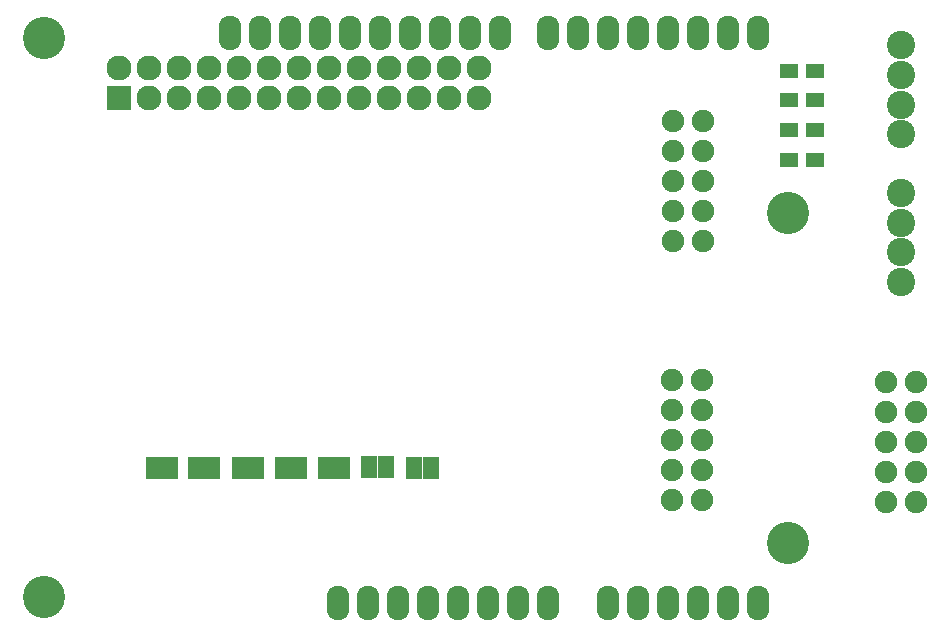
<source format=gts>
G04 #@! TF.FileFunction,Soldermask,Top*
%FSLAX46Y46*%
G04 Gerber Fmt 4.6, Leading zero omitted, Abs format (unit mm)*
G04 Created by KiCad (PCBNEW 4.0.0-rc1-stable) date 31.5.2016 14:43:07*
%MOMM*%
G01*
G04 APERTURE LIST*
%ADD10C,0.100000*%
%ADD11R,1.400000X1.900000*%
%ADD12C,1.906220*%
%ADD13C,2.400000*%
%ADD14R,1.600000X1.300000*%
%ADD15O,1.924000X2.940000*%
%ADD16C,3.575000*%
%ADD17R,2.127200X2.127200*%
%ADD18O,2.127200X2.127200*%
G04 APERTURE END LIST*
D10*
D11*
X17962000Y-39350000D03*
X16600000Y-39350000D03*
X25287000Y-39350000D03*
X23925000Y-39350000D03*
X20288000Y-39350000D03*
X21650000Y-39350000D03*
X28937000Y-39350000D03*
X27575000Y-39350000D03*
X32637000Y-39325000D03*
X31275000Y-39325000D03*
X35088000Y-39350000D03*
X36450000Y-39350000D03*
X13013000Y-39350000D03*
X14375000Y-39350000D03*
D12*
X59520000Y-20180000D03*
X56980000Y-20180000D03*
X59520000Y-17640000D03*
X56980000Y-17640000D03*
X59520000Y-15100000D03*
X56980000Y-15100000D03*
X59520000Y-12560000D03*
X56980000Y-12560000D03*
X59520000Y-10020000D03*
X56980000Y-10020000D03*
X59470000Y-42080000D03*
X56930000Y-42080000D03*
X59470000Y-39540000D03*
X56930000Y-39540000D03*
X59470000Y-37000000D03*
X56930000Y-37000000D03*
X59470000Y-34460000D03*
X56930000Y-34460000D03*
X59470000Y-31920000D03*
X56930000Y-31920000D03*
X77570000Y-42280000D03*
X75030000Y-42280000D03*
X77570000Y-39740000D03*
X75030000Y-39740000D03*
X77570000Y-37200000D03*
X75030000Y-37200000D03*
X77570000Y-34660000D03*
X75030000Y-34660000D03*
X77570000Y-32120000D03*
X75030000Y-32120000D03*
D13*
X76300000Y-3600000D03*
X76300000Y-6100000D03*
X76300000Y-11100000D03*
X76300000Y-8600000D03*
X76300000Y-16100000D03*
X76300000Y-18600000D03*
X76300000Y-23600000D03*
X76300000Y-21100000D03*
D14*
X66800000Y-13300000D03*
X69000000Y-13300000D03*
X66800000Y-10750000D03*
X69000000Y-10750000D03*
X66800000Y-8250000D03*
X69000000Y-8250000D03*
X66800000Y-5750000D03*
X69000000Y-5750000D03*
D15*
X64201100Y-50763600D03*
X61661100Y-50763600D03*
X59121100Y-50763600D03*
X51501100Y-50763600D03*
X54041100Y-50763600D03*
X56581100Y-50763600D03*
X46421100Y-50763600D03*
X43881100Y-50763600D03*
X41341100Y-50763600D03*
X36261100Y-50763600D03*
X33721100Y-50763600D03*
X64201100Y-2503600D03*
X61661100Y-2503600D03*
X59121100Y-2503600D03*
X56581100Y-2503600D03*
X54041100Y-2503600D03*
X51501100Y-2503600D03*
X48961100Y-2503600D03*
X46421100Y-2503600D03*
X42357100Y-2503600D03*
X39817100Y-2503600D03*
X37277100Y-2503600D03*
X34737100Y-2503600D03*
X32197100Y-2503600D03*
X29657100Y-2503600D03*
X27117100Y-2503600D03*
X24577100Y-2503600D03*
X38801100Y-50763600D03*
D16*
X66741100Y-45683600D03*
X66741100Y-17743600D03*
X3701100Y-3003600D03*
X3701100Y-50303600D03*
D15*
X22037100Y-2503600D03*
X19497100Y-2503600D03*
X31181100Y-50763600D03*
X28641100Y-50763600D03*
D17*
X10075000Y-8065000D03*
D18*
X10075000Y-5525000D03*
X12615000Y-8065000D03*
X12615000Y-5525000D03*
X15155000Y-8065000D03*
X15155000Y-5525000D03*
X17695000Y-8065000D03*
X17695000Y-5525000D03*
X20235000Y-8065000D03*
X20235000Y-5525000D03*
X22775000Y-8065000D03*
X22775000Y-5525000D03*
X25315000Y-8065000D03*
X25315000Y-5525000D03*
X27855000Y-8065000D03*
X27855000Y-5525000D03*
X30395000Y-8065000D03*
X30395000Y-5525000D03*
X32935000Y-8065000D03*
X32935000Y-5525000D03*
X35475000Y-8065000D03*
X35475000Y-5525000D03*
X38015000Y-8065000D03*
X38015000Y-5525000D03*
X40555000Y-8065000D03*
X40555000Y-5525000D03*
M02*

</source>
